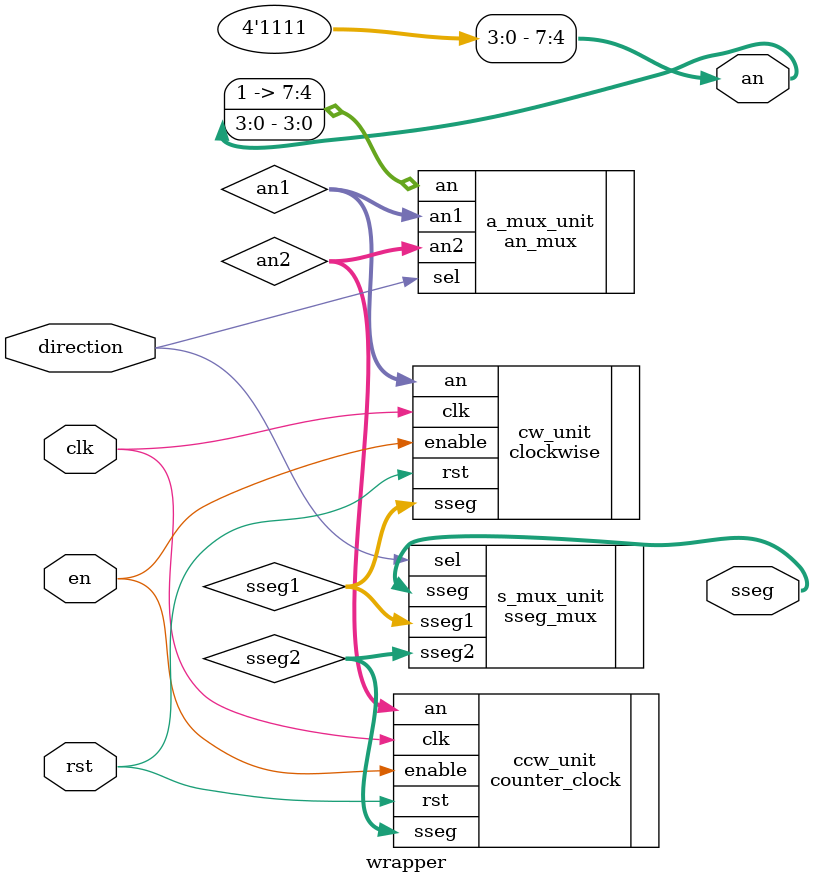
<source format=sv>
`timescale 1ns / 1ps

module wrapper#(parameter N = 28)(
input logic clk,
input logic rst,
input logic direction,
input logic en,
output logic [7:0] an,
output logic [7:0] sseg
);
    
//local declarations
logic [7:0] an1; //[3;0]
logic [7:0] an2;
logic [7:0] sseg1;
logic [7:0] sseg2;
    
clockwise #(.N(N))cw_unit(
.clk(clk),
.rst(rst),
.enable(en),
.an(an1),
.sseg(sseg1)
 );
 
counter_clock #(.N(N))ccw_unit(
.clk(clk),
.rst(rst),
.enable(en),
.an(an2),
.sseg(sseg2)
);

an_mux a_mux_unit(
.an1(an1),
.an2(an2),
.sel(direction),
.an(an)
 );
 
sseg_mux s_mux_unit(
.sseg1(sseg1),
.sseg2(sseg2),
.sel(direction),
.sseg(sseg)
);

assign an[7:4] = 4'b1111;
 
endmodule

</source>
